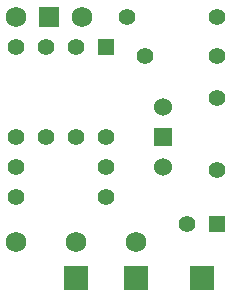
<source format=gtl>
G04 (created by PCBNEW-RS274X (2012-01-19 BZR 3256)-stable) date 2013-11-19 08:27:40*
G01*
G70*
G90*
%MOIN*%
G04 Gerber Fmt 3.4, Leading zero omitted, Abs format*
%FSLAX34Y34*%
G04 APERTURE LIST*
%ADD10C,0.006000*%
%ADD11C,0.068900*%
%ADD12R,0.068900X0.068900*%
%ADD13R,0.080800X0.080800*%
%ADD14C,0.055000*%
%ADD15R,0.055000X0.055000*%
%ADD16C,0.060000*%
%ADD17R,0.060000X0.060000*%
G04 APERTURE END LIST*
G54D10*
G54D11*
X28200Y-09000D03*
G54D12*
X27100Y-09000D03*
G54D11*
X26000Y-09000D03*
X28000Y-16500D03*
X26000Y-16500D03*
X30000Y-16500D03*
G54D13*
X32200Y-17700D03*
G54D14*
X32700Y-09000D03*
X29700Y-09000D03*
X26000Y-15000D03*
X29000Y-15000D03*
G54D15*
X29000Y-10000D03*
G54D14*
X28000Y-10000D03*
X27000Y-10000D03*
X26000Y-10000D03*
X26000Y-13000D03*
X27000Y-13000D03*
X28000Y-13000D03*
X29000Y-13000D03*
G54D15*
X32700Y-15900D03*
G54D14*
X31700Y-15900D03*
X26000Y-14000D03*
X29000Y-14000D03*
G54D16*
X30900Y-14000D03*
G54D17*
X30900Y-13000D03*
G54D16*
X30900Y-12000D03*
G54D14*
X30300Y-10300D03*
X32700Y-10300D03*
X32700Y-14100D03*
X32700Y-11700D03*
G54D13*
X30000Y-17700D03*
X28000Y-17700D03*
M02*

</source>
